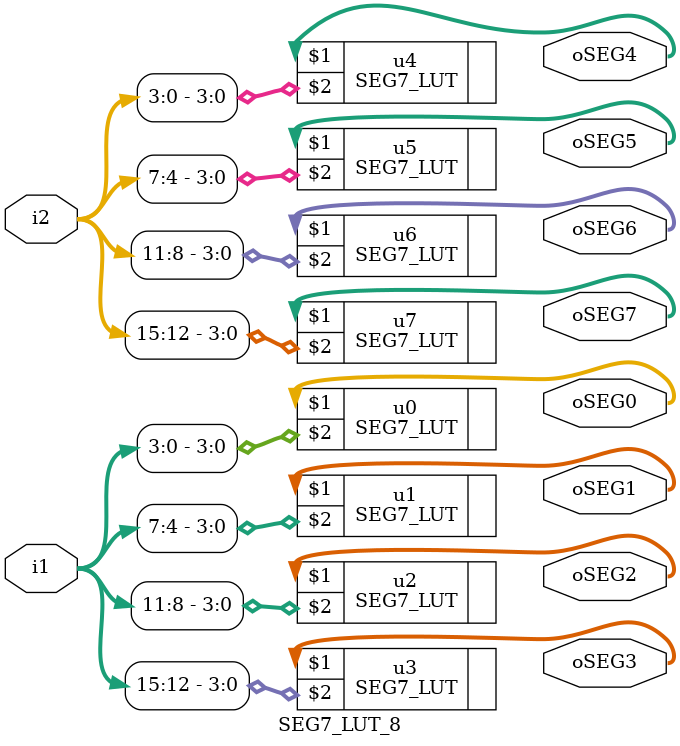
<source format=v>
module SEG7_LUT_8 (	oSEG0,oSEG1,oSEG2,oSEG3,oSEG4,oSEG5,oSEG6,oSEG7,i1, i2);
input	[31:0]	i1;
input	[31:0]	i2;
output	[6:0]	oSEG0,oSEG1,oSEG2,oSEG3,oSEG4,oSEG5,oSEG6,oSEG7;


SEG7_LUT	u0	(	oSEG0,i1[3:0]		);
SEG7_LUT	u1	(	oSEG1,i1[7:4]		);
SEG7_LUT	u2	(	oSEG2,i1[11:8]	);
SEG7_LUT	u3	(	oSEG3,i1[15:12]	);
SEG7_LUT	u4	(	oSEG4,i2[3:0]	);
SEG7_LUT	u5	(	oSEG5,i2[7:4]	);
SEG7_LUT	u6	(	oSEG6,i2[11:8]	);
SEG7_LUT	u7	(	oSEG7,i2[15:12]	);

//HexDriver	u6	(	.Out0(oSEG6),.In0(VGA_Green[3:0])	);
//HexDriver	u7	(	.Out0(oSEG7),.In0(VGA_Green[7:4])	);

endmodule
</source>
